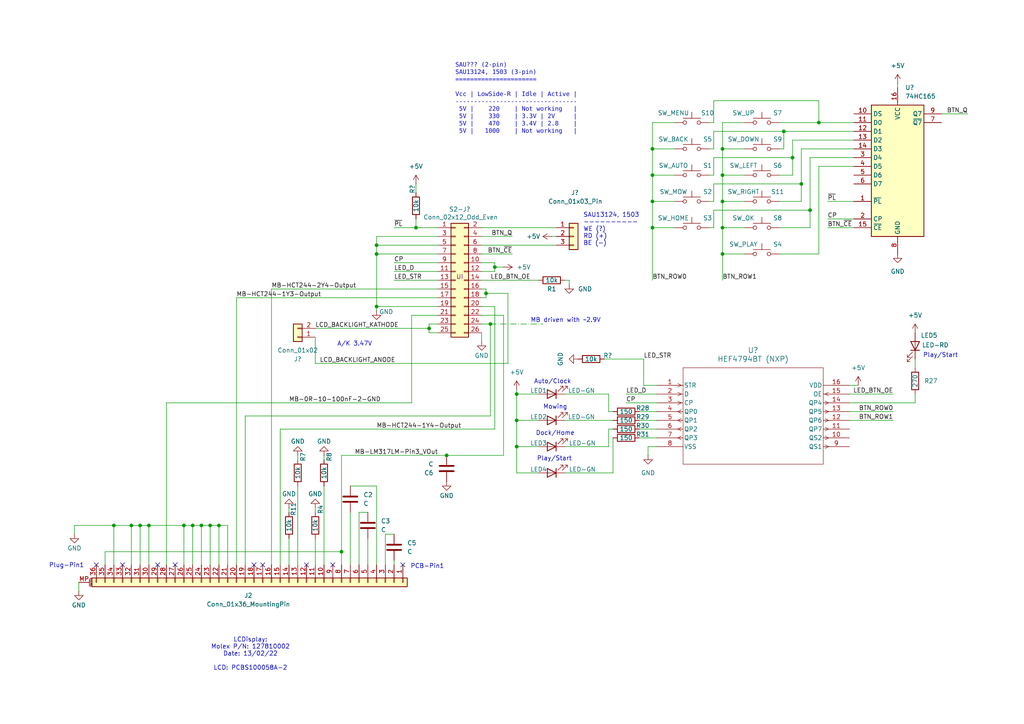
<source format=kicad_sch>
(kicad_sch (version 20250114) (generator "eeschema") (generator_version "9.0")
  (paper "A4")
  (title_block (title "OpenMower @ SABO MOWiT F500 / John Deere Tango E5") (date "2024-12-30") (rev "v0.1"))
  (lib_symbols
    (symbol "74xx:74HC165"
      (property "Reference" "U" (at -7.62 19.05 0))
      (property "Value" "74HC165" (at -7.62 -21.59 0))
      (symbol "74HC165_1_0"
        (pin input line (at -12.7 15.24 0) (length 5.08) (name "DS") (number "10"))
        (pin input line (at -12.7 12.7 0) (length 5.08) (name "D0") (number "11"))
        (pin input line (at -12.7 10.16 0) (length 5.08) (name "D1") (number "12"))
        (pin input line (at -12.7 7.62 0) (length 5.08) (name "D2") (number "13"))
        (pin input line (at -12.7 5.08 0) (length 5.08) (name "D3") (number "14"))
        (pin input line (at -12.7 2.54 0) (length 5.08) (name "D4") (number "3"))
        (pin input line (at -12.7 0 0) (length 5.08) (name "D5") (number "4"))
        (pin input line (at -12.7 -2.54 0) (length 5.08) (name "D6") (number "5"))
        (pin input line (at -12.7 -5.08 0) (length 5.08) (name "D7") (number "6"))
        (pin input line (at -12.7 -10.16 0) (length 5.08) (name "~{PL}") (number "1"))
        (pin input line (at -12.7 -15.24 0) (length 5.08) (name "CP") (number "2"))
        (pin input line (at -12.7 -17.78 0) (length 5.08) (name "~{CE}") (number "15"))
        (pin power_in line (at 0 22.86 270) (length 5.08) (name "VCC") (number "16"))
        (pin power_in line (at 0 -25.4 90) (length 5.08) (name "GND") (number "8"))
        (pin output line (at 12.7 15.24 180) (length 5.08) (name "Q7") (number "9"))
        (pin output line (at 12.7 12.7 180) (length 5.08) (name "~{Q7}") (number "7"))
      )
      (symbol "74HC165_1_1"
        (rectangle (start -7.62 17.78) (end 7.62 -20.32) (stroke (width 0.254)) (fill (type background)))
      )
    )
    (symbol "Connector_Generic:Conn_01x02" (pin_names (offset 1.016) (hide yes))
      (property "Reference" "J" (at 0 2.54 0))
      (property "Value" "Conn_01x02" (at 0 -5.08 0))
      (symbol "Conn_01x02_1_1"
        (rectangle (start -1.27 1.27) (end 1.27 -3.81) (stroke (width 0.254)) (fill (type background)))
        (rectangle (start -1.27 0.127) (end 0 -0.127) (stroke (width 0.1524)))
        (rectangle (start -1.27 -2.413) (end 0 -2.667) (stroke (width 0.1524)))
        (pin passive line (at -5.08 0 0) (length 3.81) (name "Pin_1") (number "1"))
        (pin passive line (at -5.08 -2.54 0) (length 3.81) (name "Pin_2") (number "2"))
      )
    )
    (symbol "Connector_Generic:Conn_01x03" (pin_names (offset 1.016) (hide yes))
      (property "Reference" "J" (at 0 5.08 0))
      (property "Value" "Conn_01x03" (at 0 -5.08 0))
      (symbol "Conn_01x03_1_1"
        (rectangle (start -1.27 3.81) (end 1.27 -3.81) (stroke (width 0.254)) (fill (type background)))
        (rectangle (start -1.27 2.667) (end 0 2.413) (stroke (width 0.1524)))
        (rectangle (start -1.27 0.127) (end 0 -0.127) (stroke (width 0.1524)))
        (rectangle (start -1.27 -2.413) (end 0 -2.667) (stroke (width 0.1524)))
        (pin passive line (at -5.08 2.54 0) (length 3.81) (name "Pin_1") (number "1"))
        (pin passive line (at -5.08 0 0) (length 3.81) (name "Pin_2") (number "2"))
        (pin passive line (at -5.08 -2.54 0) (length 3.81) (name "Pin_3") (number "3"))
      )
    )
    (symbol "Connector_Generic:Conn_02x13_Odd_Even" (pin_names (offset 1.016) (hide yes))
      (property "Reference" "J" (at 1.27 17.78 0))
      (property "Value" "Conn_02x13_Odd_Even" (at 1.27 -17.78 0))
      (symbol "Conn_02x13_Odd_Even_1_1"
        (rectangle (start -1.27 16.51) (end 3.81 -16.51) (stroke (width 0.254)) (fill (type background)))
        (rectangle (start -1.27 15.367) (end 0 15.113) (stroke (width 0.1524)))
        (rectangle (start -1.27 12.827) (end 0 12.573) (stroke (width 0.1524)))
        (rectangle (start -1.27 10.287) (end 0 10.033) (stroke (width 0.1524)))
        (rectangle (start -1.27 7.747) (end 0 7.493) (stroke (width 0.1524)))
        (rectangle (start -1.27 5.207) (end 0 4.953) (stroke (width 0.1524)))
        (rectangle (start -1.27 2.667) (end 0 2.413) (stroke (width 0.1524)))
        (rectangle (start -1.27 0.127) (end 0 -0.127) (stroke (width 0.1524)))
        (rectangle (start -1.27 -2.413) (end 0 -2.667) (stroke (width 0.1524)))
        (rectangle (start -1.27 -4.953) (end 0 -5.207) (stroke (width 0.1524)))
        (rectangle (start -1.27 -7.493) (end 0 -7.747) (stroke (width 0.1524)))
        (rectangle (start -1.27 -10.033) (end 0 -10.287) (stroke (width 0.1524)))
        (rectangle (start -1.27 -12.573) (end 0 -12.827) (stroke (width 0.1524)))
        (rectangle (start -1.27 -15.113) (end 0 -15.367) (stroke (width 0.1524)))
        (rectangle (start 3.81 15.367) (end 2.54 15.113) (stroke (width 0.1524)))
        (rectangle (start 3.81 12.827) (end 2.54 12.573) (stroke (width 0.1524)))
        (rectangle (start 3.81 10.287) (end 2.54 10.033) (stroke (width 0.1524)))
        (rectangle (start 3.81 7.747) (end 2.54 7.493) (stroke (width 0.1524)))
        (rectangle (start 3.81 5.207) (end 2.54 4.953) (stroke (width 0.1524)))
        (rectangle (start 3.81 2.667) (end 2.54 2.413) (stroke (width 0.1524)))
        (rectangle (start 3.81 0.127) (end 2.54 -0.127) (stroke (width 0.1524)))
        (rectangle (start 3.81 -2.413) (end 2.54 -2.667) (stroke (width 0.1524)))
        (rectangle (start 3.81 -4.953) (end 2.54 -5.207) (stroke (width 0.1524)))
        (rectangle (start 3.81 -7.493) (end 2.54 -7.747) (stroke (width 0.1524)))
        (rectangle (start 3.81 -10.033) (end 2.54 -10.287) (stroke (width 0.1524)))
        (rectangle (start 3.81 -12.573) (end 2.54 -12.827) (stroke (width 0.1524)))
        (rectangle (start 3.81 -15.113) (end 2.54 -15.367) (stroke (width 0.1524)))
        (pin passive line (at -5.08 15.24 0) (length 3.81) (name "Pin_1") (number "1"))
        (pin passive line (at -5.08 12.7 0) (length 3.81) (name "Pin_3") (number "3"))
        (pin passive line (at -5.08 10.16 0) (length 3.81) (name "Pin_5") (number "5"))
        (pin passive line (at -5.08 7.62 0) (length 3.81) (name "Pin_7") (number "7"))
        (pin passive line (at -5.08 5.08 0) (length 3.81) (name "Pin_9") (number "9"))
        (pin passive line (at -5.08 2.54 0) (length 3.81) (name "Pin_11") (number "11"))
        (pin passive line (at -5.08 0 0) (length 3.81) (name "Pin_13") (number "13"))
        (pin passive line (at -5.08 -2.54 0) (length 3.81) (name "Pin_15") (number "15"))
        (pin passive line (at -5.08 -5.08 0) (length 3.81) (name "Pin_17") (number "17"))
        (pin passive line (at -5.08 -7.62 0) (length 3.81) (name "Pin_19") (number "19"))
        (pin passive line (at -5.08 -10.16 0) (length 3.81) (name "Pin_21") (number "21"))
        (pin passive line (at -5.08 -12.7 0) (length 3.81) (name "Pin_23") (number "23"))
        (pin passive line (at -5.08 -15.24 0) (length 3.81) (name "Pin_25") (number "25"))
        (pin passive line (at 7.62 15.24 180) (length 3.81) (name "Pin_2") (number "2"))
        (pin passive line (at 7.62 12.7 180) (length 3.81) (name "Pin_4") (number "4"))
        (pin passive line (at 7.62 10.16 180) (length 3.81) (name "Pin_6") (number "6"))
        (pin passive line (at 7.62 7.62 180) (length 3.81) (name "Pin_8") (number "8"))
        (pin passive line (at 7.62 5.08 180) (length 3.81) (name "Pin_10") (number "10"))
        (pin passive line (at 7.62 2.54 180) (length 3.81) (name "Pin_12") (number "12"))
        (pin passive line (at 7.62 0 180) (length 3.81) (name "Pin_14") (number "14"))
        (pin passive line (at 7.62 -2.54 180) (length 3.81) (name "Pin_16") (number "16"))
        (pin passive line (at 7.62 -5.08 180) (length 3.81) (name "Pin_18") (number "18"))
        (pin passive line (at 7.62 -7.62 180) (length 3.81) (name "Pin_20") (number "20"))
        (pin passive line (at 7.62 -10.16 180) (length 3.81) (name "Pin_22") (number "22"))
        (pin passive line (at 7.62 -12.7 180) (length 3.81) (name "Pin_24") (number "24"))
        (pin passive line (at 7.62 -15.24 180) (length 3.81) (name "Pin_26") (number "26"))
      )
    )
    (symbol "Connector_Generic_MountingPin:Conn_01x36_MountingPin" (pin_names (offset 1.016) (hide yes))
      (property "Reference" "J" (at 0 45.72 0))
      (property "Value" "Conn_01x36_MountingPin" (at 1.27 -48.26 0))
      (symbol "Conn_01x36_MountingPin_1_1"
        (rectangle (start -1.27 44.45) (end 1.27 -46.99) (stroke (width 0.254)) (fill (type background)))
        (rectangle (start -1.27 43.307) (end 0 43.053) (stroke (width 0.1524)))
        (rectangle (start -1.27 40.767) (end 0 40.513) (stroke (width 0.1524)))
        (rectangle (start -1.27 38.227) (end 0 37.973) (stroke (width 0.1524)))
        (rectangle (start -1.27 35.687) (end 0 35.433) (stroke (width 0.1524)))
        (rectangle (start -1.27 33.147) (end 0 32.893) (stroke (width 0.1524)))
        (rectangle (start -1.27 30.607) (end 0 30.353) (stroke (width 0.1524)))
        (rectangle (start -1.27 28.067) (end 0 27.813) (stroke (width 0.1524)))
        (rectangle (start -1.27 25.527) (end 0 25.273) (stroke (width 0.1524)))
        (rectangle (start -1.27 22.987) (end 0 22.733) (stroke (width 0.1524)))
        (rectangle (start -1.27 20.447) (end 0 20.193) (stroke (width 0.1524)))
        (rectangle (start -1.27 17.907) (end 0 17.653) (stroke (width 0.1524)))
        (rectangle (start -1.27 15.367) (end 0 15.113) (stroke (width 0.1524)))
        (rectangle (start -1.27 12.827) (end 0 12.573) (stroke (width 0.1524)))
        (rectangle (start -1.27 10.287) (end 0 10.033) (stroke (width 0.1524)))
        (rectangle (start -1.27 7.747) (end 0 7.493) (stroke (width 0.1524)))
        (rectangle (start -1.27 5.207) (end 0 4.953) (stroke (width 0.1524)))
        (rectangle (start -1.27 2.667) (end 0 2.413) (stroke (width 0.1524)))
        (rectangle (start -1.27 0.127) (end 0 -0.127) (stroke (width 0.1524)))
        (rectangle (start -1.27 -2.413) (end 0 -2.667) (stroke (width 0.1524)))
        (rectangle (start -1.27 -4.953) (end 0 -5.207) (stroke (width 0.1524)))
        (rectangle (start -1.27 -7.493) (end 0 -7.747) (stroke (width 0.1524)))
        (rectangle (start -1.27 -10.033) (end 0 -10.287) (stroke (width 0.1524)))
        (rectangle (start -1.27 -12.573) (end 0 -12.827) (stroke (width 0.1524)))
        (rectangle (start -1.27 -15.113) (end 0 -15.367) (stroke (width 0.1524)))
        (rectangle (start -1.27 -17.653) (end 0 -17.907) (stroke (width 0.1524)))
        (rectangle (start -1.27 -20.193) (end 0 -20.447) (stroke (width 0.1524)))
        (rectangle (start -1.27 -22.733) (end 0 -22.987) (stroke (width 0.1524)))
        (rectangle (start -1.27 -25.273) (end 0 -25.527) (stroke (width 0.1524)))
        (rectangle (start -1.27 -27.813) (end 0 -28.067) (stroke (width 0.1524)))
        (rectangle (start -1.27 -30.353) (end 0 -30.607) (stroke (width 0.1524)))
        (rectangle (start -1.27 -32.893) (end 0 -33.147) (stroke (width 0.1524)))
        (rectangle (start -1.27 -35.433) (end 0 -35.687) (stroke (width 0.1524)))
        (rectangle (start -1.27 -37.973) (end 0 -38.227) (stroke (width 0.1524)))
        (rectangle (start -1.27 -40.513) (end 0 -40.767) (stroke (width 0.1524)))
        (rectangle (start -1.27 -43.053) (end 0 -43.307) (stroke (width 0.1524)))
        (rectangle (start -1.27 -45.593) (end 0 -45.847) (stroke (width 0.1524)))
        (polyline (pts (xy -1.016 -47.752) (xy 1.016 -47.752)) (stroke (width 0.1524)))
        (text "Mounting" (at 0 -47.371 0) (effects (font (size 0.381 0.381))))
        (pin passive line (at -5.08 43.18 0) (length 3.81) (name "Pin_1") (number "1"))
        (pin passive line (at -5.08 40.64 0) (length 3.81) (name "Pin_2") (number "2"))
        (pin passive line (at -5.08 38.1 0) (length 3.81) (name "Pin_3") (number "3"))
        (pin passive line (at -5.08 35.56 0) (length 3.81) (name "Pin_4") (number "4"))
        (pin passive line (at -5.08 33.02 0) (length 3.81) (name "Pin_5") (number "5"))
        (pin passive line (at -5.08 30.48 0) (length 3.81) (name "Pin_6") (number "6"))
        (pin passive line (at -5.08 27.94 0) (length 3.81) (name "Pin_7") (number "7"))
        (pin passive line (at -5.08 25.4 0) (length 3.81) (name "Pin_8") (number "8"))
        (pin passive line (at -5.08 22.86 0) (length 3.81) (name "Pin_9") (number "9"))
        (pin passive line (at -5.08 20.32 0) (length 3.81) (name "Pin_10") (number "10"))
        (pin passive line (at -5.08 17.78 0) (length 3.81) (name "Pin_11") (number "11"))
        (pin passive line (at -5.08 15.24 0) (length 3.81) (name "Pin_12") (number "12"))
        (pin passive line (at -5.08 12.7 0) (length 3.81) (name "Pin_13") (number "13"))
        (pin passive line (at -5.08 10.16 0) (length 3.81) (name "Pin_14") (number "14"))
        (pin passive line (at -5.08 7.62 0) (length 3.81) (name "Pin_15") (number "15"))
        (pin passive line (at -5.08 5.08 0) (length 3.81) (name "Pin_16") (number "16"))
        (pin passive line (at -5.08 2.54 0) (length 3.81) (name "Pin_17") (number "17"))
        (pin passive line (at -5.08 0 0) (length 3.81) (name "Pin_18") (number "18"))
        (pin passive line (at -5.08 -2.54 0) (length 3.81) (name "Pin_19") (number "19"))
        (pin passive line (at -5.08 -5.08 0) (length 3.81) (name "Pin_20") (number "20"))
        (pin passive line (at -5.08 -7.62 0) (length 3.81) (name "Pin_21") (number "21"))
        (pin passive line (at -5.08 -10.16 0) (length 3.81) (name "Pin_22") (number "22"))
        (pin passive line (at -5.08 -12.7 0) (length 3.81) (name "Pin_23") (number "23"))
        (pin passive line (at -5.08 -15.24 0) (length 3.81) (name "Pin_24") (number "24"))
        (pin passive line (at -5.08 -17.78 0) (length 3.81) (name "Pin_25") (number "25"))
        (pin passive line (at -5.08 -20.32 0) (length 3.81) (name "Pin_26") (number "26"))
        (pin passive line (at -5.08 -22.86 0) (length 3.81) (name "Pin_27") (number "27"))
        (pin passive line (at -5.08 -25.4 0) (length 3.81) (name "Pin_28") (number "28"))
        (pin passive line (at -5.08 -27.94 0) (length 3.81) (name "Pin_29") (number "29"))
        (pin passive line (at -5.08 -30.48 0) (length 3.81) (name "Pin_30") (number "30"))
        (pin passive line (at -5.08 -33.02 0) (length 3.81) (name "Pin_31") (number "31"))
        (pin passive line (at -5.08 -35.56 0) (length 3.81) (name "Pin_32") (number "32"))
        (pin passive line (at -5.08 -38.1 0) (length 3.81) (name "Pin_33") (number "33"))
        (pin passive line (at -5.08 -40.64 0) (length 3.81) (name "Pin_34") (number "34"))
        (pin passive line (at -5.08 -43.18 0) (length 3.81) (name "Pin_35") (number "35"))
        (pin passive line (at -5.08 -45.72 0) (length 3.81) (name "Pin_36") (number "36"))
        (pin passive line (at 0 -50.8 90) (length 3.048) (name "MountPin") (number "MP"))
      )
    )
    (symbol "Device:C" (pin_numbers (hide yes)) (pin_names (offset 0.254))
      (property "Reference" "C" (at 0.635 2.54 0))
      (property "Value" "C" (at 0.635 -2.54 0))
      (symbol "C_0_1"
        (polyline (pts (xy -2.032 0.762) (xy 2.032 0.762)) (stroke (width 0.508)))
        (polyline (pts (xy -2.032 -0.762) (xy 2.032 -0.762)) (stroke (width 0.508)))
      )
      (symbol "C_1_1"
        (pin passive line (at 0 3.81 270) (length 2.794) (name "~") (number "1"))
        (pin passive line (at 0 -3.81 90) (length 2.794) (name "~") (number "2"))
      )
    )
    (symbol "Device:LED" (pin_numbers (hide yes)) (pin_names (offset 1.016) (hide yes))
      (property "Reference" "D" (at 0 2.54 0))
      (property "Value" "LED" (at 0 -2.54 0))
      (symbol "LED_0_1"
        (polyline (pts (xy -3.048 -0.762) (xy -4.572 -2.286) (xy -3.81 -2.286) (xy -4.572 -2.286) (xy -4.572 -1.524)))
        (polyline (pts (xy -1.778 -0.762) (xy -3.302 -2.286) (xy -2.54 -2.286) (xy -3.302 -2.286) (xy -3.302 -1.524)))
        (polyline (pts (xy -1.27 0) (xy 1.27 0)))
        (polyline (pts (xy -1.27 -1.27) (xy -1.27 1.27)) (stroke (width 0.254)))
        (polyline (pts (xy 1.27 -1.27) (xy 1.27 1.27) (xy -1.27 0) (xy 1.27 -1.27)) (stroke (width 0.254)))
      )
      (symbol "LED_1_1"
        (pin passive line (at -3.81 0 0) (length 2.54) (name "K") (number "1"))
        (pin passive line (at 3.81 0 180) (length 2.54) (name "A") (number "2"))
      )
    )
    (symbol "Device:R" (pin_numbers (hide yes)) (pin_names (offset 0))
      (property "Reference" "R" (at 2.032 0 90))
      (property "Value" "R" (at 0 0 90))
      (symbol "R_0_1"
        (rectangle (start -1.016 -2.54) (end 1.016 2.54) (stroke (width 0.254)))
      )
      (symbol "R_1_1"
        (pin passive line (at 0 3.81 270) (length 1.27) (name "~") (number "1"))
        (pin passive line (at 0 -3.81 90) (length 1.27) (name "~") (number "2"))
      )
    )
    (symbol "HEF4794BT:HEF4794BT" (pin_names (offset 0.254))
      (property "Reference" "U" (at 27.94 10.16 0))
      (property "Value" "HEF4794BT" (at 27.94 7.62 0))
      (symbol "HEF4794BT_0_1"
        (polyline (pts (xy 7.0993 0) (xy 6.0579 0.5207)) (stroke (width 0.127)))
        (polyline (pts (xy 7.0993 0) (xy 6.0579 -0.5207)) (stroke (width 0.127)))
        (polyline (pts (xy 7.0993 -2.54) (xy 6.0579 -2.0193)) (stroke (width 0.127)))
        (polyline (pts (xy 7.0993 -2.54) (xy 6.0579 -3.0607)) (stroke (width 0.127)))
        (polyline (pts (xy 7.0993 -5.08) (xy 6.0579 -4.5593)) (stroke (width 0.127)))
        (polyline (pts (xy 7.0993 -5.08) (xy 6.0579 -5.6007)) (stroke (width 0.127)))
        (polyline (pts (xy 7.0993 -7.0993) (xy 6.0579 -7.62)) (stroke (width 0.127)))
        (polyline (pts (xy 7.0993 -8.1407) (xy 6.0579 -7.62)) (stroke (width 0.127)))
        (polyline (pts (xy 7.0993 -9.6393) (xy 6.0579 -10.16)) (stroke (width 0.127)))
        (polyline (pts (xy 7.0993 -10.6807) (xy 6.0579 -10.16)) (stroke (width 0.127)))
        (polyline (pts (xy 7.0993 -12.1793) (xy 6.0579 -12.7)) (stroke (width 0.127)))
        (polyline (pts (xy 7.0993 -13.2207) (xy 6.0579 -12.7)) (stroke (width 0.127)))
        (polyline (pts (xy 7.0993 -14.7193) (xy 6.0579 -15.24)) (stroke (width 0.127)))
        (polyline (pts (xy 7.0993 -15.7607) (xy 6.0579 -15.24)) (stroke (width 0.127)))
        (polyline (pts (xy 7.62 5.08) (xy 7.62 -22.86)) (stroke (width 0.127)))
        (polyline (pts (xy 7.62 -22.86) (xy 48.26 -22.86)) (stroke (width 0.127)))
        (polyline (pts (xy 48.26 5.08) (xy 7.62 5.08)) (stroke (width 0.127)))
        (polyline (pts (xy 48.26 -22.86) (xy 48.26 5.08)) (stroke (width 0.127)))
        (polyline (pts (xy 48.7807 -2.54) (xy 49.8221 -2.0193)) (stroke (width 0.127)))
        (polyline (pts (xy 48.7807 -2.54) (xy 49.8221 -3.0607)) (stroke (width 0.127)))
        (polyline (pts (xy 48.7807 -4.5593) (xy 49.8221 -5.08)) (stroke (width 0.127)))
        (polyline (pts (xy 48.7807 -5.6007) (xy 49.8221 -5.08)) (stroke (width 0.127)))
        (polyline (pts (xy 48.7807 -7.0993) (xy 49.8221 -7.62)) (stroke (width 0.127)))
        (polyline (pts (xy 48.7807 -8.1407) (xy 49.8221 -7.62)) (stroke (width 0.127)))
        (polyline (pts (xy 48.7807 -9.6393) (xy 49.8221 -10.16)) (stroke (width 0.127)))
        (polyline (pts (xy 48.7807 -10.6807) (xy 49.8221 -10.16)) (stroke (width 0.127)))
        (polyline (pts (xy 48.7807 -12.1793) (xy 49.8221 -12.7)) (stroke (width 0.127)))
        (polyline (pts (xy 48.7807 -13.2207) (xy 49.8221 -12.7)) (stroke (width 0.127)))
        (polyline (pts (xy 48.7807 -14.7193) (xy 49.8221 -15.24)) (stroke (width 0.127)))
        (polyline (pts (xy 48.7807 -15.7607) (xy 49.8221 -15.24)) (stroke (width 0.127)))
        (polyline (pts (xy 48.7807 -17.2593) (xy 49.8221 -17.78)) (stroke (width 0.127)))
        (polyline (pts (xy 48.7807 -18.3007) (xy 49.8221 -17.78)) (stroke (width 0.127)))
        (pin input line (at 0 0 0) (length 7.62) (name "STR") (number "1"))
        (pin input line (at 0 -2.54 0) (length 7.62) (name "D") (number "2"))
        (pin input line (at 0 -5.08 0) (length 7.62) (name "CP") (number "3"))
        (pin output line (at 0 -7.62 0) (length 7.62) (name "QP0") (number "4"))
        (pin output line (at 0 -10.16 0) (length 7.62) (name "QP1") (number "5"))
        (pin output line (at 0 -12.7 0) (length 7.62) (name "QP2") (number "6"))
        (pin output line (at 0 -15.24 0) (length 7.62) (name "QP3") (number "7"))
        (pin power_in line (at 0 -17.78 0) (length 7.62) (name "VSS") (number "8"))
        (pin power_in line (at 55.88 0 180) (length 7.62) (name "VDD") (number "16"))
        (pin input line (at 55.88 -2.54 180) (length 7.62) (name "OE") (number "15"))
        (pin output line (at 55.88 -5.08 180) (length 7.62) (name "QP4") (number "14"))
        (pin output line (at 55.88 -7.62 180) (length 7.62) (name "QP5") (number "13"))
        (pin output line (at 55.88 -10.16 180) (length 7.62) (name "QP6") (number "12"))
        (pin output line (at 55.88 -12.7 180) (length 7.62) (name "QP7") (number "11"))
        (pin output line (at 55.88 -15.24 180) (length 7.62) (name "QS2") (number "10"))
        (pin output line (at 55.88 -17.78 180) (length 7.62) (name "QS1") (number "9"))
      )
    )
    (symbol "Switch:SW_Push" (pin_numbers (hide yes)) (pin_names (offset 1.016) (hide yes))
      (property "Reference" "SW" (at 1.27 2.54 0))
      (property "Value" "SW_Push" (at 0 -1.524 0))
      (symbol "SW_Push_0_1"
        (circle (center -2.032 0) (radius 0.508))
        (polyline (pts (xy 0 1.27) (xy 0 3.048)))
        (circle (center 2.032 0) (radius 0.508))
        (polyline (pts (xy 2.54 1.27) (xy -2.54 1.27)))
        (pin passive line (at -5.08 0 0) (length 2.54) (name "1") (number "1"))
        (pin passive line (at 5.08 0 180) (length 2.54) (name "2") (number "2"))
      )
    )
    (symbol "power:+5V" (power) (pin_numbers (hide yes)) (pin_names (offset 0) (hide yes))
      (property "Value" "+5V" (at 0 3.556 0))
      (symbol "+5V_0_1"
        (polyline (pts (xy -0.762 1.27) (xy 0 2.54)))
        (polyline (pts (xy 0 2.54) (xy 0.762 1.27)))
        (polyline (pts (xy 0 0) (xy 0 2.54)))
      )
      (symbol "+5V_1_1"
        (pin power_in line (at 0 0 90) (length 0) (name "~") (number "1"))
      )
    )
    (symbol "power:GND" (power) (pin_numbers (hide yes)) (pin_names (offset 0) (hide yes))
      (property "Value" "GND" (at 0 -3.81 0))
      (symbol "GND_0_1"
        (polyline (pts (xy 0 0) (xy 0 -1.27) (xy 1.27 -1.27) (xy 0 -2.54) (xy -1.27 -1.27) (xy 0 -1.27)))
      )
      (symbol "GND_1_1"
        (pin power_in line (at 0 0 270) (length 0) (name "~") (number "1"))
      )
    )
  )
  (text "LCDisplay:\nMolex P/N: 127810002\nDate: 13/02/22\n\nLCD: PCBS100058A-2" (at 72.644 189.738 0) (effects (font (size 1.27 1.27))))
  (text "Auto/Clock" (at 160.274 110.744 0) (effects (font (size 1.27 1.27))))
  (text "PCB-Pin1" (at 123.952 164.338 0) (effects (font (size 1.27 1.27))))
  (text "SAU13124, 1503\n----------\nWE (?)\nRD (+)\nBE (-)" (at 169.164 66.548 0) (effects (font (size 1.27 1.27)) (justify left)))
  (text "MB driven with ~2.9V" (at 164.084 92.964 0) (effects (font (size 1.27 1.27))))
  (text "A/K 3.47V" (at 102.87 99.822 0) (effects (font (size 1.27 1.27))))
  (text "Mowing" (at 161.036 118.11 0) (effects (font (size 1.27 1.27))))
  (text "Plug-Pin1" (at 19.304 164.084 0) (effects (font (size 1.27 1.27))))
  (text "Play/Start" (at 160.782 133.096 0) (effects (font (size 1.27 1.27))))
  (text "Play/Start" (at 272.796 103.124 0) (effects (font (size 1.27 1.27))))
  (text "SAU??? (2-pin)\nSAU13124, 1503 (3-pin)\n======================\n\nVcc | LowSide-R | Idle | Active |\n---------------------------------\n 5V |    220    | Not working   |\n 5V |    330    | 3.3V | 2V     |\n 5V |    470    | 3.4V | 2.8    |\n 5V |   1000    | Not working   |" (at 132.08 28.956 0) (effects (font (size 1.27 1.27)) (justify left)))
  (text "Dock/Home" (at 161.036 125.73 0) (effects (font (size 1.27 1.27))))
  (junction (at 149.86 114.3))
  (junction (at 189.23 50.8))
  (junction (at 189.23 58.42))
  (junction (at 58.42 152.4))
  (junction (at 143.51 77.47))
  (junction (at 209.55 58.42))
  (junction (at 109.22 71.12))
  (junction (at 60.96 152.4))
  (junction (at 109.22 88.9))
  (junction (at 229.87 45.72))
  (junction (at 209.55 50.8))
  (junction (at 38.1 152.4))
  (junction (at 232.41 53.34))
  (junction (at 209.55 73.66))
  (junction (at 99.06 160.02))
  (junction (at 140.97 85.09))
  (junction (at 109.22 73.66))
  (junction (at 189.23 66.04))
  (junction (at 120.65 66.04))
  (junction (at 189.23 43.18))
  (junction (at 124.46 95.25))
  (junction (at 40.64 152.4))
  (junction (at 227.33 38.1))
  (junction (at 234.95 60.96))
  (junction (at 43.18 152.4))
  (junction (at 33.02 152.4))
  (junction (at 149.86 129.54))
  (junction (at 142.24 93.98))
  (junction (at 209.55 43.18))
  (junction (at 149.86 121.92))
  (junction (at 63.5 152.4))
  (junction (at 209.55 66.04))
  (junction (at 237.49 35.56))
  (junction (at 55.88 152.4))
  (junction (at 53.34 152.4))
  (junction (at 129.54 132.08))
  (no_connect (at 76.2 163.83))
  (no_connect (at 35.56 163.83))
  (no_connect (at 50.8 163.83))
  (no_connect (at 88.9 163.83))
  (no_connect (at 96.52 163.83))
  (no_connect (at 116.84 163.83))
  (no_connect (at 27.94 163.83))
  (no_connect (at 73.66 163.83))
  (no_connect (at 45.72 163.83))
  (wire (pts (xy 149.86 137.16) (xy 156.21 137.16)))
  (wire (pts (xy 143.51 77.47) (xy 146.05 77.47)))
  (wire (pts (xy 247.65 35.56) (xy 237.49 35.56)))
  (wire (pts (xy 189.23 66.04) (xy 195.58 66.04)))
  (wire (pts (xy 185.42 124.46) (xy 190.5 124.46)))
  (wire (pts (xy 53.34 152.4) (xy 43.18 152.4)))
  (wire (pts (xy 226.06 35.56) (xy 237.49 35.56)))
  (wire (pts (xy 114.3 76.2) (xy 127 76.2)))
  (wire (pts (xy 120.65 63.5) (xy 120.65 66.04)))
  (wire (pts (xy 176.53 129.54) (xy 176.53 124.46)))
  (wire (pts (xy 207.01 60.96) (xy 234.95 60.96)))
  (wire (pts (xy 176.53 119.38) (xy 176.53 114.3)))
  (wire (pts (xy 234.95 45.72) (xy 234.95 60.96)))
  (wire (pts (xy 93.98 140.97) (xy 93.98 163.83)))
  (wire (pts (xy 124.46 96.52) (xy 127 96.52)))
  (wire (pts (xy 33.02 152.4) (xy 21.59 152.4)))
  (wire (pts (xy 91.44 95.25) (xy 124.46 95.25)))
  (wire (pts (xy 91.44 156.21) (xy 91.44 163.83)))
  (wire (pts (xy 163.83 137.16) (xy 177.8 137.16)))
  (wire (pts (xy 207.01 50.8) (xy 207.01 45.72)))
  (wire (pts (xy 234.95 66.04) (xy 234.95 60.96)))
  (wire (pts (xy 246.38 119.38) (xy 259.08 119.38)))
  (wire (pts (xy 260.35 24.13) (xy 260.35 25.4)))
  (wire (pts (xy 234.95 45.72) (xy 247.65 45.72)))
  (wire (pts (xy 101.6 140.97) (xy 109.22 140.97)))
  (wire (pts (xy 109.22 73.66) (xy 127 73.66)))
  (wire (pts (xy 207.01 66.04) (xy 207.01 60.96)))
  (wire (pts (xy 93.98 132.08) (xy 93.98 133.35)))
  (wire (pts (xy 185.42 119.38) (xy 190.5 119.38)))
  (wire (pts (xy 106.68 148.59) (xy 104.14 148.59)))
  (wire (pts (xy 215.9 35.56) (xy 209.55 35.56)))
  (wire (pts (xy 149.86 114.3) (xy 156.21 114.3)))
  (wire (pts (xy 189.23 43.18) (xy 189.23 50.8)))
  (wire (pts (xy 227.33 38.1) (xy 247.65 38.1)))
  (wire (pts (xy 176.53 124.46) (xy 177.8 124.46)))
  (wire (pts (xy 91.44 105.41) (xy 147.32 105.41)))
  (wire (pts (xy 160.02 68.58) (xy 161.29 68.58)))
  (wire (pts (xy 246.38 114.3) (xy 259.08 114.3)))
  (wire (pts (xy 185.42 121.92) (xy 190.5 121.92)))
  (wire (pts (xy 71.12 163.83) (xy 71.12 120.65)))
  (wire (pts (xy 30.48 160.02) (xy 99.06 160.02)))
  (wire (pts (xy 91.44 147.32) (xy 91.44 148.59)))
  (wire (pts (xy 189.23 50.8) (xy 195.58 50.8)))
  (wire (pts (xy 111.76 163.83) (xy 111.76 154.94)))
  (wire (pts (xy 143.51 77.47) (xy 143.51 76.2)))
  (wire (pts (xy 55.88 163.83) (xy 55.88 152.4)))
  (wire (pts (xy 187.96 129.54) (xy 190.5 129.54)))
  (wire (pts (xy 139.7 66.04) (xy 161.29 66.04)))
  (wire (pts (xy 227.33 43.18) (xy 227.33 38.1)))
  (wire (pts (xy 186.69 104.14) (xy 186.69 111.76)))
  (wire (pts (xy 237.49 29.21) (xy 207.01 29.21)))
  (wire (pts (xy 247.65 43.18) (xy 232.41 43.18)))
  (wire (pts (xy 124.46 95.25) (xy 124.46 96.52)))
  (wire (pts (xy 140.97 83.82) (xy 139.7 83.82)))
  (wire (pts (xy 189.23 58.42) (xy 195.58 58.42)))
  (wire (pts (xy 139.7 88.9) (xy 143.51 88.9)))
  (wire (pts (xy 139.7 71.12) (xy 161.29 71.12)))
  (wire (pts (xy 246.38 116.84) (xy 265.43 116.84)))
  (wire (pts (xy 68.58 163.83) (xy 68.58 86.36)))
  (wire (pts (xy 114.3 66.04) (xy 120.65 66.04)))
  (wire (pts (xy 186.69 111.76) (xy 190.5 111.76)))
  (wire (pts (xy 109.22 90.17) (xy 109.22 88.9)))
  (wire (pts (xy 240.03 58.42) (xy 247.65 58.42)))
  (wire (pts (xy 78.74 163.83) (xy 78.74 83.82)))
  (wire (pts (xy 176.53 114.3) (xy 163.83 114.3)))
  (wire (pts (xy 120.65 53.34) (xy 120.65 55.88)))
  (wire (pts (xy 109.22 140.97) (xy 109.22 163.83)))
  (wire (pts (xy 109.22 88.9) (xy 109.22 73.66)))
  (wire (pts (xy 265.43 116.84) (xy 265.43 114.3)))
  (wire (pts (xy 247.65 48.26) (xy 237.49 48.26)))
  (wire (pts (xy 109.22 71.12) (xy 109.22 68.58)))
  (wire (pts (xy 99.06 132.08) (xy 129.54 132.08)))
  (wire (pts (xy 229.87 40.64) (xy 229.87 45.72)))
  (wire (pts (xy 120.65 66.04) (xy 127 66.04)))
  (wire (pts (xy 143.51 124.46) (xy 143.51 88.9)))
  (wire (pts (xy 99.06 160.02) (xy 99.06 163.83)))
  (wire (pts (xy 119.38 116.84) (xy 119.38 91.44)))
  (wire (pts (xy 240.03 63.5) (xy 247.65 63.5)))
  (wire (pts (xy 246.38 121.92) (xy 259.08 121.92)))
  (wire (pts (xy 232.41 53.34) (xy 232.41 58.42)))
  (wire (pts (xy 209.55 66.04) (xy 209.55 73.66)))
  (wire (pts (xy 43.18 152.4) (xy 43.18 163.83)))
  (wire (pts (xy 43.18 152.4) (xy 40.64 152.4)))
  (wire (pts (xy 146.05 132.08) (xy 129.54 132.08)))
  (wire (pts (xy 229.87 50.8) (xy 226.06 50.8)))
  (wire (pts (xy 114.3 162.56) (xy 114.3 163.83)))
  (wire (pts (xy 81.28 124.46) (xy 143.51 124.46)))
  (wire (pts (xy 187.96 132.08) (xy 187.96 129.54)))
  (wire (pts (xy 175.26 104.14) (xy 186.69 104.14)))
  (wire (pts (xy 58.42 152.4) (xy 55.88 152.4)))
  (wire (pts (xy 139.7 81.28) (xy 156.21 81.28)))
  (wire (pts (xy 40.64 152.4) (xy 38.1 152.4)))
  (wire (pts (xy 68.58 86.36) (xy 127 86.36)))
  (wire (pts (xy 55.88 152.4) (xy 53.34 152.4)))
  (wire (pts (xy 147.32 85.09) (xy 140.97 85.09)))
  (wire (pts (xy 86.36 132.08) (xy 86.36 133.35)))
  (wire (pts (xy 58.42 152.4) (xy 58.42 163.83)))
  (wire (pts (xy 209.55 58.42) (xy 209.55 66.04)))
  (wire (pts (xy 60.96 163.83) (xy 60.96 152.4)))
  (wire (pts (xy 91.44 97.79) (xy 91.44 105.41)))
  (wire (pts (xy 149.86 121.92) (xy 156.21 121.92)))
  (wire (pts (xy 205.74 66.04) (xy 207.01 66.04)))
  (wire (pts (xy 181.61 114.3) (xy 190.5 114.3)))
  (wire (pts (xy 177.8 119.38) (xy 176.53 119.38)))
  (wire (pts (xy 140.97 86.36) (xy 140.97 85.09)))
  (wire (pts (xy 114.3 81.28) (xy 127 81.28)))
  (wire (pts (xy 165.1 81.28) (xy 163.83 81.28)))
  (wire (pts (xy 207.01 38.1) (xy 227.33 38.1)))
  (wire (pts (xy 247.65 40.64) (xy 229.87 40.64)))
  (wire (pts (xy 48.26 116.84) (xy 119.38 116.84)))
  (wire (pts (xy 22.86 168.91) (xy 22.86 171.45)))
  (wire (pts (xy 38.1 152.4) (xy 38.1 163.83)))
  (wire (pts (xy 163.83 121.92) (xy 177.8 121.92)))
  (wire (pts (xy 177.8 137.16) (xy 177.8 127)))
  (wire (pts (xy 60.96 152.4) (xy 58.42 152.4)))
  (wire (pts (xy 86.36 140.97) (xy 86.36 163.83)))
  (wire (pts (xy 149.86 129.54) (xy 156.21 129.54)))
  (wire (pts (xy 165.1 82.55) (xy 165.1 81.28)))
  (wire (pts (xy 189.23 43.18) (xy 195.58 43.18)))
  (wire (pts (xy 185.42 127) (xy 190.5 127)))
  (wire (pts (xy 209.55 58.42) (xy 215.9 58.42)))
  (wire (pts (xy 205.74 43.18) (xy 207.01 43.18)))
  (wire (pts (xy 104.14 148.59) (xy 104.14 163.83)))
  (wire (pts (xy 66.04 163.83) (xy 66.04 152.4)))
  (wire (pts (xy 142.24 93.98) (xy 139.7 93.98)))
  (wire (pts (xy 232.41 43.18) (xy 232.41 53.34)))
  (wire (pts (xy 139.7 78.74) (xy 143.51 78.74)))
  (wire (pts (xy 226.06 66.04) (xy 234.95 66.04)))
  (wire (pts (xy 83.82 156.21) (xy 83.82 163.83)))
  (wire (pts (xy 142.24 93.98) (xy 157.48 93.98)) (stroke (width 0) (type dash_dot)))
  (wire (pts (xy 38.1 152.4) (xy 33.02 152.4)))
  (wire (pts (xy 109.22 68.58) (xy 127 68.58)))
  (wire (pts (xy 139.7 96.52) (xy 139.7 99.06)))
  (wire (pts (xy 139.7 91.44) (xy 146.05 91.44)))
  (wire (pts (xy 209.55 50.8) (xy 215.9 50.8)))
  (wire (pts (xy 124.46 93.98) (xy 124.46 95.25)))
  (wire (pts (xy 111.76 154.94) (xy 114.3 154.94)))
  (wire (pts (xy 114.3 78.74) (xy 127 78.74)))
  (wire (pts (xy 205.74 58.42) (xy 207.01 58.42)))
  (wire (pts (xy 237.49 35.56) (xy 237.49 29.21)))
  (wire (pts (xy 99.06 132.08) (xy 99.06 160.02)))
  (wire (pts (xy 181.61 116.84) (xy 190.5 116.84)))
  (wire (pts (xy 139.7 76.2) (xy 143.51 76.2)))
  (wire (pts (xy 205.74 35.56) (xy 207.01 35.56)))
  (wire (pts (xy 109.22 88.9) (xy 127 88.9)))
  (wire (pts (xy 189.23 58.42) (xy 189.23 66.04)))
  (wire (pts (xy 232.41 58.42) (xy 226.06 58.42)))
  (wire (pts (xy 139.7 86.36) (xy 140.97 86.36)))
  (wire (pts (xy 149.86 121.92) (xy 149.86 129.54)))
  (wire (pts (xy 149.86 129.54) (xy 149.86 137.16)))
  (wire (pts (xy 127 93.98) (xy 124.46 93.98)))
  (wire (pts (xy 149.86 113.03) (xy 149.86 114.3)))
  (wire (pts (xy 81.28 163.83) (xy 81.28 124.46)))
  (wire (pts (xy 71.12 120.65) (xy 142.24 120.65)))
  (wire (pts (xy 226.06 73.66) (xy 237.49 73.66)))
  (wire (pts (xy 207.01 45.72) (xy 229.87 45.72)))
  (wire (pts (xy 63.5 152.4) (xy 60.96 152.4)))
  (wire (pts (xy 189.23 66.04) (xy 189.23 81.28)))
  (wire (pts (xy 237.49 48.26) (xy 237.49 73.66)))
  (wire (pts (xy 163.83 129.54) (xy 176.53 129.54)))
  (wire (pts (xy 195.58 35.56) (xy 189.23 35.56)))
  (wire (pts (xy 209.55 43.18) (xy 209.55 50.8)))
  (wire (pts (xy 83.82 147.32) (xy 83.82 148.59)))
  (wire (pts (xy 207.01 58.42) (xy 207.01 53.34)))
  (wire (pts (xy 209.55 73.66) (xy 215.9 73.66)))
  (wire (pts (xy 209.55 66.04) (xy 215.9 66.04)))
  (wire (pts (xy 189.23 50.8) (xy 189.23 58.42)))
  (wire (pts (xy 207.01 53.34) (xy 232.41 53.34)))
  (wire (pts (xy 119.38 91.44) (xy 127 91.44)))
  (wire (pts (xy 53.34 152.4) (xy 53.34 163.83)))
  (wire (pts (xy 147.32 105.41) (xy 147.32 85.09)))
  (wire (pts (xy 106.68 156.21) (xy 106.68 163.83)))
  (wire (pts (xy 209.55 50.8) (xy 209.55 58.42)))
  (wire (pts (xy 207.01 29.21) (xy 207.01 35.56)))
  (wire (pts (xy 30.48 163.83) (xy 30.48 160.02)))
  (wire (pts (xy 207.01 43.18) (xy 207.01 38.1)))
  (wire (pts (xy 246.38 111.76) (xy 248.92 111.76)))
  (wire (pts (xy 101.6 148.59) (xy 101.6 163.83)))
  (wire (pts (xy 48.26 163.83) (xy 48.26 116.84)))
  (wire (pts (xy 140.97 85.09) (xy 140.97 83.82)))
  (wire (pts (xy 209.55 35.56) (xy 209.55 43.18)))
  (wire (pts (xy 240.03 66.04) (xy 247.65 66.04)))
  (wire (pts (xy 209.55 73.66) (xy 209.55 81.28)))
  (wire (pts (xy 40.64 152.4) (xy 40.64 163.83)))
  (wire (pts (xy 109.22 71.12) (xy 127 71.12)))
  (wire (pts (xy 142.24 120.65) (xy 142.24 93.98)))
  (wire (pts (xy 189.23 35.56) (xy 189.23 43.18)))
  (wire (pts (xy 227.33 43.18) (xy 226.06 43.18)))
  (wire (pts (xy 265.43 104.14) (xy 265.43 106.68)))
  (wire (pts (xy 273.05 33.02) (xy 280.67 33.02)))
  (wire (pts (xy 143.51 78.74) (xy 143.51 77.47)))
  (wire (pts (xy 139.7 73.66) (xy 148.59 73.66)))
  (wire (pts (xy 207.01 50.8) (xy 205.74 50.8)))
  (wire (pts (xy 109.22 73.66) (xy 109.22 71.12)))
  (wire (pts (xy 229.87 45.72) (xy 229.87 50.8)))
  (wire (pts (xy 63.5 152.4) (xy 63.5 163.83)))
  (wire (pts (xy 146.05 91.44) (xy 146.05 132.08)))
  (wire (pts (xy 149.86 114.3) (xy 149.86 121.92)))
  (wire (pts (xy 33.02 152.4) (xy 33.02 163.83)))
  (wire (pts (xy 139.7 68.58) (xy 148.59 68.58)))
  (wire (pts (xy 209.55 43.18) (xy 215.9 43.18)))
  (wire (pts (xy 21.59 152.4) (xy 21.59 154.94)))
  (wire (pts (xy 66.04 152.4) (xy 63.5 152.4)))
  (wire (pts (xy 78.74 83.82) (xy 127 83.82)))
  (label "BTN_ROW0" (at 189.23 81.28 0))
  (label "LED_BTN_OE" (at 142.24 81.28 0))
  (label "BTN_Q" (at 148.59 68.58 180))
  (label "CP" (at 181.61 116.84 0))
  (label "BTN_~{CE}" (at 240.03 66.04 0))
  (label "LED_D" (at 114.3 78.74 0))
  (label "MB-HCT244-1Y3-Output" (at 68.58 86.36 0))
  (label "LCD_BACKLIGHT_KATHODE" (at 91.44 95.25 0))
  (label "LED_STR" (at 186.69 104.14 0))
  (label "BTN_ROW1" (at 259.08 121.92 180))
  (label "MB-0R-10-100nF-2-GND" (at 83.82 116.84 0))
  (label "LCD_BACKLIGHT_ANODE" (at 92.71 105.41 0))
  (label "~{PL}" (at 240.03 58.42 0))
  (label "LED_BTN_OE" (at 259.08 114.3 180))
  (label "MB-HCT244-2Y4-Output" (at 78.74 83.82 0))
  (label "CP" (at 114.3 76.2 0))
  (label "MB-LM317LM-Pin3_VOut" (at 102.87 132.08 0))
  (label "BTN_ROW1" (at 209.55 81.28 0))
  (label "LED_D" (at 181.61 114.3 0))
  (label "LED_STR" (at 114.3 81.28 0))
  (label "~{PL}" (at 114.3 66.04 0))
  (label "CP" (at 240.03 63.5 0))
  (label "BTN_Q" (at 280.67 33.02 180))
  (label "MB-HCT244-1Y4-Output" (at 109.22 124.46 0))
  (label "BTN_ROW0" (at 259.08 119.38 180))
  (label "BTN_~{CE}" (at 148.59 73.66 180))
  (symbol (lib_id "power:+5V") (at 265.43 96.52 0) (unit 1)
    (property "Reference" "#PWR010" (effects (hide yes)))
    (property "Value" "+5V" (at 265.43 91.44 0))
    (property "Description" "Power symbol creates a global label with name \"+5V\"" (effects (hide yes)))
  )
  (symbol (lib_id "Device:R") (at 181.61 121.92 90) (unit 1)
    (property "Reference" "R29" (at 186.436 120.904 90))
    (property "Value" "150" (at 181.61 121.92 90))
    (property "Description" "Resistor" (effects (hide yes)))
  )
  (symbol (lib_id "Switch:SW_Push") (at 220.98 50.8 0) (unit 1)
    (property "Reference" "S6" (at 225.552 48.006 0))
    (property "Value" "SW_LEFT" (at 215.646 48.006 0))
    (property "Description" "Push button switch, generic, two pins" (effects (hide yes)))
  )
  (symbol (lib_id "power:GND") (at 187.96 132.08 0) (unit 1)
    (property "Reference" "#PWR?" (effects (hide yes)))
    (property "Value" "GND" (at 187.96 137.16 0))
    (property "Description" "Power symbol creates a global label with name \"GND\" , ground" (effects (hide yes)))
  )
  (symbol (lib_id "Device:LED") (at 160.02 121.92 180) (unit 1)
    (property "Reference" "LED2" (at 156.21 120.904 0))
    (property "Value" "LED-GN" (at 168.656 120.904 0))
    (property "Description" "Light emitting diode" (effects (hide yes)))
  )
  (symbol (lib_id "Switch:SW_Push") (at 220.98 66.04 0) (unit 1)
    (property "Reference" "S8" (at 225.552 63.246 0))
    (property "Value" "SW_OK" (at 215.646 63.246 0))
    (property "Description" "Push button switch, generic, two pins" (effects (hide yes)))
  )
  (symbol (lib_id "Device:R") (at 83.82 152.4 0) (unit 1)
    (property "Reference" "R11" (at 85.09 149.606 90) (effects (justify left)))
    (property "Value" "10k" (at 83.82 152.4 90))
    (property "Description" "Resistor" (effects (hide yes)))
  )
  (symbol (lib_id "Device:R") (at 160.02 81.28 270) (unit 1)
    (property "Reference" "R1" (at 160.02 83.82 90))
    (property "Value" "10k" (at 160.02 81.28 90))
    (property "Description" "Resistor" (effects (hide yes)))
  )
  (symbol (lib_id "power:GND") (at 22.86 171.45 0) (unit 1)
    (property "Reference" "#PWR01" (effects (hide yes)))
    (property "Value" "GND" (at 22.86 175.514 0))
    (property "Description" "Power symbol creates a global label with name \"GND\" , ground" (effects (hide yes)))
  )
  (symbol (lib_id "Switch:SW_Push") (at 220.98 58.42 0) (unit 1)
    (property "Reference" "S11" (at 225.552 55.626 0))
    (property "Value" "SW_RIGHT" (at 215.646 55.626 0))
    (property "Description" "Push button switch, generic, two pins" (effects (hide yes)))
  )
  (symbol (lib_id "power:GND") (at 83.82 147.32 180) (unit 1)
    (property "Reference" "#PWR06" (effects (hide yes)))
    (property "Value" "GND" (at 83.82 143.256 0))
    (property "Description" "Power symbol creates a global label with name \"GND\" , ground" (effects (hide yes)))
  )
  (symbol (lib_id "power:GND") (at 167.64 104.14 270) (unit 1)
    (property "Reference" "#PWR?" (effects (hide yes)))
    (property "Value" "GND" (at 162.56 104.14 0))
    (property "Description" "Power symbol creates a global label with name \"GND\" , ground" (effects (hide yes)))
  )
  (symbol (lib_id "Connector_Generic:Conn_02x13_Odd_Even") (at 132.08 81.28 0) (unit 1)
    (property "Reference" "S2-J?" (at 133.35 60.706 0))
    (property "Value" "Conn_02x12_Odd_Even" (at 133.604 62.992 0))
    (property "Footprint" "local_Connectors:Molex_Milli-Grid_878312620" (effects (hide yes)))
    (property "Description" "Molex 2.0mm Pitch, Milli-Grid, Dual Row, Vertical" (effects (hide yes)))
    (property "Silk" "UI" (at 133.35 80.264 0))
    (property "MF" "Molex" (effects (hide yes)))
    (property "MFPN" "878312619" (effects (hide yes)))
  )
  (symbol (lib_id "Connector_Generic:Conn_01x02") (at 86.36 97.79 180) (unit 1)
    (property "Reference" "J?" (at 86.36 104.14 0))
    (property "Value" "Conn_01x02" (at 86.36 101.6 0))
    (property "Description" "Generic connector, single row, 01x02, script generated (kicad-library-utils/schlib/autogen/connector/)" (effects (hide yes)))
  )
  (symbol (lib_id "Switch:SW_Push") (at 200.66 50.8 0) (unit 1)
    (property "Reference" "S1" (at 205.232 48.006 0))
    (property "Value" "SW_AUTO" (at 195.326 48.006 0))
    (property "Description" "Push button switch, generic, two pins" (effects (hide yes)))
  )
  (symbol (lib_id "Switch:SW_Push") (at 200.66 35.56 0) (unit 1)
    (property "Reference" "S10" (at 205.232 32.766 0))
    (property "Value" "SW_MENU" (at 195.326 32.766 0))
    (property "Description" "Push button switch, generic, two pins" (effects (hide yes)))
  )
  (symbol (lib_id "Device:LED") (at 265.43 100.33 270) (mirror x) (unit 1)
    (property "Reference" "LED5" (at 269.494 97.282 90))
    (property "Value" "LED-RD" (at 271.272 100.076 90))
    (property "Description" "Light emitting diode" (effects (hide yes)))
  )
  (symbol (lib_id "Switch:SW_Push") (at 200.66 43.18 0) (unit 1)
    (property "Reference" "S5" (at 205.232 40.386 0))
    (property "Value" "SW_BACK" (at 195.326 40.386 0))
    (property "Description" "Push button switch, generic, two pins" (effects (hide yes)))
  )
  (symbol (lib_id "Device:R") (at 86.36 137.16 0) (unit 1)
    (property "Reference" "R7" (at 87.884 133.858 90) (effects (justify left)))
    (property "Value" "10k" (at 86.36 137.16 90))
    (property "Description" "Resistor" (effects (hide yes)))
  )
  (symbol (lib_id "Device:C") (at 106.68 152.4 180) (unit 1)
    (property "Reference" "C3" (at 110.49 151.1299 0) (effects (justify right)))
    (property "Value" "C" (at 110.49 153.6699 0) (effects (justify right)))
    (property "Description" "Unpolarized capacitor" (effects (hide yes)))
  )
  (symbol (lib_id "Device:R") (at 171.45 104.14 90) (unit 1)
    (property "Reference" "R?" (at 176.276 103.124 90))
    (property "Value" "10k" (at 171.45 104.14 90))
    (property "Description" "Resistor" (effects (hide yes)))
  )
  (symbol (lib_id "power:GND") (at 109.22 90.17 0) (unit 1)
    (property "Reference" "#PWR?" (effects (hide yes)))
    (property "Value" "GND" (at 112.014 90.424 0))
    (property "Description" "Power symbol creates a global label with name \"GND\" , ground" (effects (hide yes)))
  )
  (symbol (lib_id "Device:R") (at 181.61 119.38 90) (unit 1)
    (property "Reference" "R28" (at 186.436 118.364 90))
    (property "Value" "150" (at 181.61 119.38 90))
    (property "Description" "Resistor" (effects (hide yes)))
  )
  (symbol (lib_id "Device:C") (at 129.54 135.89 0) (unit 1)
    (property "Reference" "C6" (at 125.73 137.1601 0) (effects (justify right)))
    (property "Value" "C" (at 125.73 134.6201 0) (effects (justify right)))
    (property "Description" "Unpolarized capacitor" (effects (hide yes)))
  )
  (symbol (lib_id "Device:LED") (at 160.02 114.3 180) (unit 1)
    (property "Reference" "LED1" (at 156.21 113.284 0))
    (property "Value" "LED-GN" (at 168.656 113.284 0))
    (property "Description" "Light emitting diode" (effects (hide yes)))
  )
  (symbol (lib_id "Switch:SW_Push") (at 220.98 43.18 0) (unit 1)
    (property "Reference" "S9" (at 225.552 40.386 0))
    (property "Value" "SW_DOWN" (at 215.646 40.386 0))
    (property "Description" "Push button switch, generic, two pins" (effects (hide yes)))
  )
  (symbol (lib_id "Switch:SW_Push") (at 220.98 35.56 0) (unit 1)
    (property "Reference" "S7" (at 225.552 32.766 0))
    (property "Value" "SW_UP" (at 215.646 32.766 0))
    (property "Description" "Push button switch, generic, two pins" (effects (hide yes)))
  )
  (symbol (lib_id "Device:C") (at 114.3 158.75 180) (unit 1)
    (property "Reference" "C5" (at 118.11 157.4799 0) (effects (justify right)))
    (property "Value" "C" (at 118.11 160.0199 0) (effects (justify right)))
    (property "Description" "Unpolarized capacitor" (effects (hide yes)))
  )
  (symbol (lib_id "Device:R") (at 93.98 137.16 0) (unit 1)
    (property "Reference" "R8" (at 95.504 133.858 90) (effects (justify left)))
    (property "Value" "10k" (at 93.98 137.16 90))
    (property "Description" "Resistor" (effects (hide yes)))
  )
  (symbol (lib_id "Switch:SW_Push") (at 200.66 58.42 0) (unit 1)
    (property "Reference" "S2" (at 205.232 55.626 0))
    (property "Value" "SW_MOW" (at 195.326 55.626 0))
    (property "Description" "Push button switch, generic, two pins" (effects (hide yes)))
  )
  (symbol (lib_id "HEF4794BT:HEF4794BT") (at 190.5 111.76 0) (unit 1)
    (property "Reference" "U?" (at 218.44 101.6 0) (effects (font (size 1.524 1.524))))
    (property "Value" "HEF4794BT (NXP)" (at 218.44 104.14 0) (effects (font (size 1.524 1.524))))
    (property "Footprint" "SOT109-1_NEX" (effects (hide yes)))
    (property "Datasheet" "HEF4794BT" (effects (hide yes)))
  )
  (symbol (lib_id "Device:LED") (at 160.02 137.16 180) (unit 1)
    (property "Reference" "LED4" (at 156.21 136.144 0))
    (property "Value" "LED-GN" (at 168.91 136.144 0))
    (property "Description" "Light emitting diode" (effects (hide yes)))
  )
  (symbol (lib_id "Connector_Generic_MountingPin:Conn_01x36_MountingPin") (at 73.66 168.91 270) (unit 1)
    (property "Reference" "J2" (at 72.0344 172.72 90))
    (property "Value" "Conn_01x36_MountingPin" (at 72.0344 175.26 90))
    (property "Description" "Easy-On FFC/FPC Connector, 0.50mm Pitch, Slider Series, Vertical, 3.90mm Height, 36 Circuits" (effects (hide yes)))
    (property "MF" "Molex" (effects (hide yes)))
    (property "MFPN" "5255936.." (effects (hide yes)))
  )
  (symbol (lib_id "power:GND") (at 165.1 82.55 0) (unit 1)
    (property "Reference" "#PWR?" (effects (hide yes)))
    (property "Value" "GND" (at 167.64 83.8199 0) (effects (justify left)))
    (property "Description" "Power symbol creates a global label with name \"GND\" , ground" (effects (hide yes)))
  )
  (symbol (lib_id "Device:R") (at 181.61 124.46 90) (unit 1)
    (property "Reference" "R30" (at 186.436 123.444 90))
    (property "Value" "150" (at 181.61 124.46 90))
    (property "Description" "Resistor" (effects (hide yes)))
  )
  (symbol (lib_id "Device:R") (at 181.61 127 90) (unit 1)
    (property "Reference" "R31" (at 186.436 125.984 90))
    (property "Value" "150" (at 181.61 127 90))
    (property "Description" "Resistor" (effects (hide yes)))
  )
  (symbol (lib_id "Connector_Generic:Conn_01x03") (at 166.37 68.58 0) (unit 1)
    (property "Reference" "J?" (at 167.894 55.88 0) (effects (justify right)))
    (property "Value" "Conn_01x03_Pin" (at 174.752 58.42 0) (effects (justify right)))
    (property "Description" "Generic connector, single row, 01x03, script generated (kicad-library-utils/schlib/autogen/connector/)" (effects (hide yes)))
  )
  (symbol (lib_id "power:+5V") (at 260.35 24.13 0) (unit 1)
    (property "Reference" "#PWR?" (effects (hide yes)))
    (property "Value" "+5V" (at 260.35 19.05 0))
    (property "Description" "Power symbol creates a global label with name \"+5V\"" (effects (hide yes)))
  )
  (symbol (lib_id "power:GND") (at 86.36 132.08 180) (unit 1)
    (property "Reference" "#PWR08" (effects (hide yes)))
    (property "Value" "GND" (at 86.36 128.016 0))
    (property "Description" "Power symbol creates a global label with name \"GND\" , ground" (effects (hide yes)))
  )
  (symbol (lib_id "Device:R") (at 265.43 110.49 0) (unit 1)
    (property "Reference" "R27" (at 270.002 110.49 0))
    (property "Value" "270" (at 265.43 110.49 90))
    (property "Description" "Resistor" (effects (hide yes)))
  )
  (symbol (lib_id "power:GND") (at 93.98 132.08 180) (unit 1)
    (property "Reference" "#PWR05" (effects (hide yes)))
    (property "Value" "GND" (at 93.98 128.016 0))
    (property "Description" "Power symbol creates a global label with name \"GND\" , ground" (effects (hide yes)))
  )
  (symbol (lib_id "Device:LED") (at 160.02 129.54 180) (unit 1)
    (property "Reference" "LED3" (at 156.21 128.524 0))
    (property "Value" "LED-GN" (at 168.91 128.524 0))
    (property "Description" "Light emitting diode" (effects (hide yes)))
  )
  (symbol (lib_id "Switch:SW_Push") (at 220.98 73.66 0) (unit 1)
    (property "Reference" "S4" (at 225.552 70.866 0))
    (property "Value" "SW_PLAY" (at 215.646 70.866 0))
    (property "Description" "Push button switch, generic, two pins" (effects (hide yes)))
  )
  (symbol (lib_id "Device:C") (at 101.6 144.78 180) (unit 1)
    (property "Reference" "C2" (at 105.41 143.5099 0) (effects (justify right)))
    (property "Value" "C" (at 105.41 146.0499 0) (effects (justify right)))
    (property "Description" "Unpolarized capacitor" (effects (hide yes)))
  )
  (symbol (lib_id "power:GND") (at 91.44 147.32 180) (unit 1)
    (property "Reference" "#PWR02" (effects (hide yes)))
    (property "Value" "GND" (at 91.44 143.256 0))
    (property "Description" "Power symbol creates a global label with name \"GND\" , ground" (effects (hide yes)))
  )
  (symbol (lib_id "power:GND") (at 139.7 99.06 0) (unit 1)
    (property "Reference" "#PWR07" (effects (hide yes)))
    (property "Value" "GND" (at 139.7 103.124 0))
    (property "Description" "Power symbol creates a global label with name \"GND\" , ground" (effects (hide yes)))
  )
  (symbol (lib_id "power:+5V") (at 146.05 77.47 270) (unit 1)
    (property "Reference" "#PWR012" (effects (hide yes)))
    (property "Value" "+5V" (at 149.86 77.4699 90) (effects (justify left)))
    (property "Description" "Power symbol creates a global label with name \"+5V\"" (effects (hide yes)))
  )
  (symbol (lib_id "power:GND") (at 21.59 154.94 0) (unit 1)
    (property "Reference" "#PWR04" (effects (hide yes)))
    (property "Value" "GND" (at 21.59 159.004 0))
    (property "Description" "Power symbol creates a global label with name \"GND\" , ground" (effects (hide yes)))
  )
  (symbol (lib_id "Device:R") (at 91.44 152.4 0) (unit 1)
    (property "Reference" "R4" (at 92.964 149.098 90) (effects (justify left)))
    (property "Value" "10k" (at 91.44 152.4 90))
    (property "Description" "Resistor" (effects (hide yes)))
  )
  (symbol (lib_id "power:+5V") (at 120.65 53.34 0) (unit 1)
    (property "Reference" "#PWR011" (effects (hide yes)))
    (property "Value" "+5V" (at 120.65 48.26 0))
    (property "Description" "Power symbol creates a global label with name \"+5V\"" (effects (hide yes)))
  )
  (symbol (lib_id "Switch:SW_Push") (at 200.66 66.04 0) (unit 1)
    (property "Reference" "S3" (at 205.232 63.246 0))
    (property "Value" "SW_HOME" (at 195.326 63.246 0))
    (property "Description" "Push button switch, generic, two pins" (effects (hide yes)))
  )
  (symbol (lib_id "Device:R") (at 120.65 59.69 180) (unit 1)
    (property "Reference" "R?" (at 119.634 54.864 90))
    (property "Value" "10k" (at 120.65 59.69 90))
    (property "Description" "Resistor" (effects (hide yes)))
  )
  (symbol (lib_id "power:GND") (at 260.35 73.66 0) (unit 1)
    (property "Reference" "#PWR?" (effects (hide yes)))
    (property "Value" "GND" (at 260.35 78.74 0))
    (property "Description" "Power symbol creates a global label with name \"GND\" , ground" (effects (hide yes)))
  )
  (symbol (lib_id "power:+5V") (at 149.86 113.03 0) (unit 1)
    (property "Reference" "#PWR09" (effects (hide yes)))
    (property "Value" "+5V" (at 149.86 107.95 0))
    (property "Description" "Power symbol creates a global label with name \"+5V\"" (effects (hide yes)))
  )
  (symbol (lib_id "power:GND") (at 129.54 139.7 0) (unit 1)
    (property "Reference" "#PWR03" (effects (hide yes)))
    (property "Value" "GND" (at 129.54 143.764 0))
    (property "Description" "Power symbol creates a global label with name \"GND\" , ground" (effects (hide yes)))
  )
  (symbol (lib_id "power:+5V") (at 160.02 68.58 90) (unit 1)
    (property "Reference" "#PWR?" (effects (hide yes)))
    (property "Value" "+5V" (at 154.686 68.58 90))
    (property "Description" "Power symbol creates a global label with name \"+5V\"" (effects (hide yes)))
  )
  (symbol (lib_id "power:+5V") (at 248.92 111.76 0) (unit 1)
    (property "Reference" "#PWR?" (effects (hide yes)))
    (property "Value" "+5V" (at 248.92 106.68 0))
    (property "Description" "Power symbol creates a global label with name \"+5V\"" (effects (hide yes)))
  )
  (symbol (lib_id "74xx:74HC165") (at 260.35 48.26 0) (unit 1)
    (property "Reference" "U?" (at 262.5441 25.4 0) (effects (justify left)))
    (property "Value" "74HC165" (at 262.5441 27.94 0) (effects (justify left)))
    (property "Datasheet" "https://assets.nexperia.com/documents/data-sheet/74HC_HCT165.pdf" (effects (hide yes)))
    (property "Description" "Shift Register, 8-bit, Parallel Load" (effects (hide yes)))
  )
)
</source>
